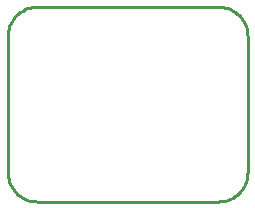
<source format=gbr>
G04 EAGLE Gerber RS-274X export*
G75*
%MOMM*%
%FSLAX34Y34*%
%LPD*%
%IN*%
%IPPOS*%
%AMOC8*
5,1,8,0,0,1.08239X$1,22.5*%
G01*
%ADD10C,0.254000*%


D10*
X0Y25400D02*
X97Y23186D01*
X386Y20989D01*
X865Y18826D01*
X1532Y16713D01*
X2380Y14666D01*
X3403Y12700D01*
X4594Y10831D01*
X5942Y9073D01*
X7440Y7440D01*
X9073Y5942D01*
X10831Y4594D01*
X12700Y3403D01*
X14666Y2380D01*
X16713Y1532D01*
X18826Y865D01*
X20989Y386D01*
X23186Y97D01*
X25400Y0D01*
X177800Y0D01*
X180014Y97D01*
X182211Y386D01*
X184374Y865D01*
X186487Y1532D01*
X188535Y2380D01*
X190500Y3403D01*
X192369Y4594D01*
X194127Y5942D01*
X195761Y7440D01*
X197258Y9073D01*
X198606Y10831D01*
X199797Y12700D01*
X200820Y14666D01*
X201668Y16713D01*
X202335Y18826D01*
X202814Y20989D01*
X203103Y23186D01*
X203200Y25400D01*
X203200Y139700D01*
X203103Y141914D01*
X202814Y144111D01*
X202335Y146274D01*
X201668Y148387D01*
X200820Y150435D01*
X199797Y152400D01*
X198606Y154269D01*
X197258Y156027D01*
X195761Y157661D01*
X194127Y159158D01*
X192369Y160506D01*
X190500Y161697D01*
X188535Y162720D01*
X186487Y163568D01*
X184374Y164235D01*
X182211Y164714D01*
X180014Y165003D01*
X177800Y165100D01*
X25400Y165100D01*
X23186Y165003D01*
X20989Y164714D01*
X18826Y164235D01*
X16713Y163568D01*
X14666Y162720D01*
X12700Y161697D01*
X10831Y160506D01*
X9073Y159158D01*
X7440Y157661D01*
X5942Y156027D01*
X4594Y154269D01*
X3403Y152400D01*
X2380Y150435D01*
X1532Y148387D01*
X865Y146274D01*
X386Y144111D01*
X97Y141914D01*
X0Y139700D01*
X0Y25400D01*
M02*

</source>
